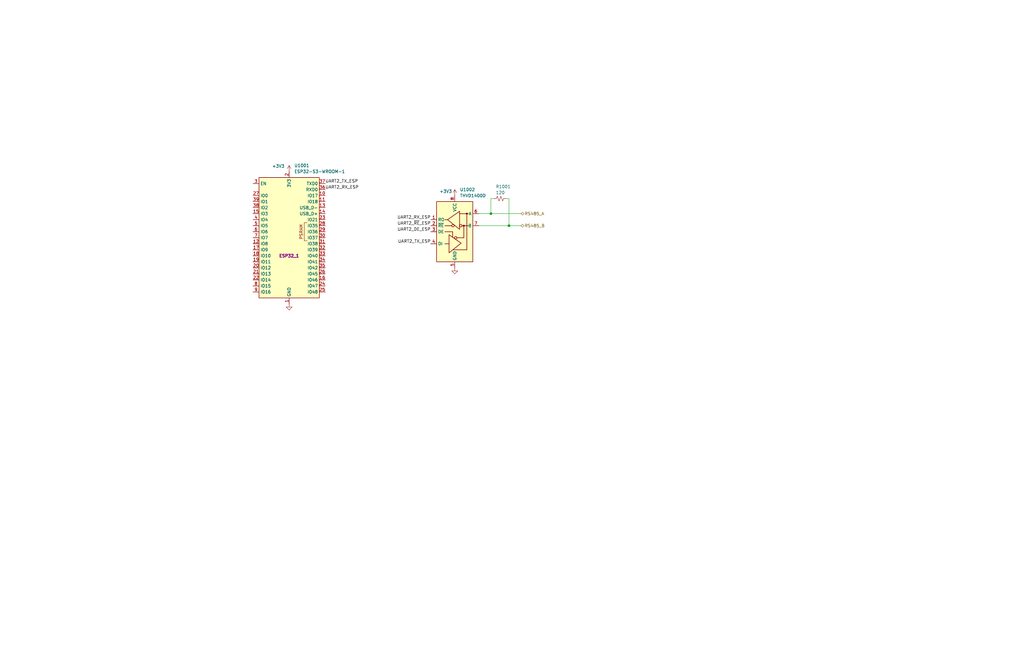
<source format=kicad_sch>
(kicad_sch (version 20250114) (generator "eeschema") (generator_version "9.0")
  (paper "B")
  (lib_symbols
    (symbol "Device:R_Small_US" (pin_numbers (hide yes)) (pin_names (offset 0.254) (hide yes))
      (property "Reference" "R" (at 0.762 0.508 0))
      (property "Value" "R_Small_US" (at 0.762 -1.016 0))
      (symbol "R_Small_US_1_1"
        (polyline (pts (xy 0 1.524) (xy 1.016 1.143) (xy 0 0.762) (xy -1.016 0.381) (xy 0 0)))
        (polyline (pts (xy 0 0) (xy 1.016 -0.381) (xy 0 -0.762) (xy -1.016 -1.143) (xy 0 -1.524)))
        (pin passive line (at 0 2.54 270) (length 1.016) (name "~") (number "1"))
        (pin passive line (at 0 -2.54 90) (length 1.016) (name "~") (number "2"))
      )
    )
    (symbol "Interface_UART:THVD1400D"
      (property "Reference" "U" (at -6.096 11.43 0))
      (property "Value" "THVD1400D" (at 0.762 11.43 0))
      (symbol "THVD1400D_0_1"
        (rectangle (start -7.62 12.7) (end 7.62 -12.7) (stroke (width 0.254)) (fill (type background)))
        (polyline (pts (xy -4.191 2.54) (xy -1.27 2.54)) (stroke (width 0.254)))
        (polyline (pts (xy -4.191 0) (xy -0.889 0) (xy -0.889 -2.286)) (stroke (width 0.254)))
        (polyline (pts (xy -3.175 5.08) (xy -4.191 5.08) (xy -4.064 5.08)) (stroke (width 0.254)))
        (polyline (pts (xy -2.54 -5.08) (xy -4.191 -5.08)) (stroke (width 0.254)))
        (polyline (pts (xy -2.413 -5.08) (xy -2.413 -1.27) (xy 2.667 -4.826) (xy -2.413 -8.89) (xy -2.413 -5.08)) (stroke (width 0.254)))
        (polyline (pts (xy -0.635 -7.62) (xy 5.08 -7.62)) (stroke (width 0.254)))
        (circle (center 0.381 -2.54) (radius 0.508) (stroke (width 0.254)))
        (polyline (pts (xy 0.889 -2.54) (xy 3.81 -2.54)) (stroke (width 0.254)))
        (polyline (pts (xy 2.032 7.62) (xy 5.715 7.62)) (stroke (width 0.254)))
        (polyline (pts (xy 3.048 2.54) (xy 5.715 2.54)) (stroke (width 0.254)))
        (circle (center 3.81 2.54) (radius 0.2794) (stroke (width 0.254)) (fill (type outline)))
        (polyline (pts (xy 3.81 -2.54) (xy 3.81 2.54)) (stroke (width 0.254)))
        (polyline (pts (xy 5.08 -7.62) (xy 5.08 7.62)) (stroke (width 0.254)))
      )
      (symbol "THVD1400D_1_1"
        (circle (center -0.762 2.54) (radius 0.508) (stroke (width 0.254)))
        (polyline (pts (xy 2.032 4.826) (xy 2.032 8.636) (xy -3.048 5.08) (xy 2.032 1.016) (xy 2.032 4.826)) (stroke (width 0.254)))
        (circle (center 2.54 2.54) (radius 0.508) (stroke (width 0.254)))
        (circle (center 5.08 7.62) (radius 0.2794) (stroke (width 0.254)) (fill (type outline)))
        (pin output line (at -10.16 5.08 0) (length 2.54) (name "RO") (number "1"))
        (pin input line (at -10.16 2.54 0) (length 2.54) (name "~{RE}") (number "2"))
        (pin input line (at -10.16 0 0) (length 2.54) (name "DE") (number "3"))
        (pin input line (at -10.16 -5.08 0) (length 2.54) (name "DI") (number "4"))
        (pin power_in line (at 0 15.24 270) (length 2.54) (name "VCC") (number "8"))
        (pin power_in line (at 0 -15.24 90) (length 2.54) (name "GND") (number "5"))
        (pin bidirectional line (at 10.16 7.62 180) (length 2.54) (name "A") (number "6"))
        (pin bidirectional line (at 10.16 2.54 180) (length 2.54) (name "B") (number "7"))
      )
    )
    (symbol "RF_Module:ESP32-S3-WROOM-1"
      (property "Reference" "U" (at -12.7 26.67 0))
      (property "Value" "ESP32-S3-WROOM-1" (at 12.7 26.67 0))
      (symbol "ESP32-S3-WROOM-1_0_0"
        (rectangle (start -12.7 25.4) (end 12.7 -25.4) (stroke (width 0.254)) (fill (type background)))
        (text "PSRAM" (at 5.08 2.54 900) (effects (font (size 1.27 1.27))))
      )
      (symbol "ESP32-S3-WROOM-1_0_1"
        (polyline (pts (xy 7.62 -1.27) (xy 6.35 -1.27) (xy 6.35 6.35) (xy 7.62 6.35)))
      )
      (symbol "ESP32-S3-WROOM-1_1_1"
        (pin input line (at -15.24 22.86 0) (length 2.54) (name "EN") (number "3"))
        (pin bidirectional line (at -15.24 17.78 0) (length 2.54) (name "IO0") (number "27"))
        (pin bidirectional line (at -15.24 15.24 0) (length 2.54) (name "IO1") (number "39"))
        (pin bidirectional line (at -15.24 12.7 0) (length 2.54) (name "IO2") (number "38"))
        (pin bidirectional line (at -15.24 10.16 0) (length 2.54) (name "IO3") (number "15"))
        (pin bidirectional line (at -15.24 7.62 0) (length 2.54) (name "IO4") (number "4"))
        (pin bidirectional line (at -15.24 5.08 0) (length 2.54) (name "IO5") (number "5"))
        (pin bidirectional line (at -15.24 2.54 0) (length 2.54) (name "IO6") (number "6"))
        (pin bidirectional line (at -15.24 0 0) (length 2.54) (name "IO7") (number "7"))
        (pin bidirectional line (at -15.24 -2.54 0) (length 2.54) (name "IO8") (number "12"))
        (pin bidirectional line (at -15.24 -5.08 0) (length 2.54) (name "IO9") (number "17"))
        (pin bidirectional line (at -15.24 -7.62 0) (length 2.54) (name "IO10") (number "18"))
        (pin bidirectional line (at -15.24 -10.16 0) (length 2.54) (name "IO11") (number "19"))
        (pin bidirectional line (at -15.24 -12.7 0) (length 2.54) (name "IO12") (number "20"))
        (pin bidirectional line (at -15.24 -15.24 0) (length 2.54) (name "IO13") (number "21"))
        (pin bidirectional line (at -15.24 -17.78 0) (length 2.54) (name "IO14") (number "22"))
        (pin bidirectional line (at -15.24 -20.32 0) (length 2.54) (name "IO15") (number "8"))
        (pin bidirectional line (at -15.24 -22.86 0) (length 2.54) (name "IO16") (number "9"))
        (pin power_in line (at 0 27.94 270) (length 2.54) (name "3V3") (number "2"))
        (pin power_in line (at 0 -27.94 90) (length 2.54) (name "GND") (number "1"))
        (pin passive line (at 0 -27.94 90) (length 2.54) (hide yes) (name "GND") (number "40"))
        (pin passive line (at 0 -27.94 90) (length 2.54) (hide yes) (name "GND") (number "41"))
        (pin bidirectional line (at 15.24 22.86 180) (length 2.54) (name "TXD0") (number "37"))
        (pin bidirectional line (at 15.24 20.32 180) (length 2.54) (name "RXD0") (number "36"))
        (pin bidirectional line (at 15.24 17.78 180) (length 2.54) (name "IO17") (number "10"))
        (pin bidirectional line (at 15.24 15.24 180) (length 2.54) (name "IO18") (number "11"))
        (pin bidirectional line (at 15.24 12.7 180) (length 2.54) (name "USB_D-") (number "13"))
        (pin bidirectional line (at 15.24 10.16 180) (length 2.54) (name "USB_D+") (number "14"))
        (pin bidirectional line (at 15.24 7.62 180) (length 2.54) (name "IO21") (number "23"))
        (pin bidirectional line (at 15.24 5.08 180) (length 2.54) (name "IO35") (number "28"))
        (pin bidirectional line (at 15.24 2.54 180) (length 2.54) (name "IO36") (number "29"))
        (pin bidirectional line (at 15.24 0 180) (length 2.54) (name "IO37") (number "30"))
        (pin bidirectional line (at 15.24 -2.54 180) (length 2.54) (name "IO38") (number "31"))
        (pin bidirectional line (at 15.24 -5.08 180) (length 2.54) (name "IO39") (number "32"))
        (pin bidirectional line (at 15.24 -7.62 180) (length 2.54) (name "IO40") (number "33"))
        (pin bidirectional line (at 15.24 -10.16 180) (length 2.54) (name "IO41") (number "34"))
        (pin bidirectional line (at 15.24 -12.7 180) (length 2.54) (name "IO42") (number "35"))
        (pin bidirectional line (at 15.24 -15.24 180) (length 2.54) (name "IO45") (number "26"))
        (pin bidirectional line (at 15.24 -17.78 180) (length 2.54) (name "IO46") (number "16"))
        (pin bidirectional line (at 15.24 -20.32 180) (length 2.54) (name "IO47") (number "24"))
        (pin bidirectional line (at 15.24 -22.86 180) (length 2.54) (name "IO48") (number "25"))
      )
    )
    (symbol "power:+3V3" (power) (pin_numbers (hide yes)) (pin_names (offset 0) (hide yes))
      (property "Value" "+3V3" (at 0 3.556 0))
      (symbol "+3V3_0_1"
        (polyline (pts (xy -0.762 1.27) (xy 0 2.54)))
        (polyline (pts (xy 0 2.54) (xy 0.762 1.27)))
        (polyline (pts (xy 0 0) (xy 0 2.54)))
      )
      (symbol "+3V3_1_1"
        (pin power_in line (at 0 0 90) (length 0) (name "~") (number "1"))
      )
    )
    (symbol "power:GND" (power) (pin_numbers (hide yes)) (pin_names (offset 0) (hide yes))
      (property "Value" "GND" (at 0 -3.81 0))
      (symbol "GND_0_1"
        (polyline (pts (xy 0 0) (xy 0 -1.27) (xy 1.27 -1.27) (xy 0 -2.54) (xy -1.27 -1.27) (xy 0 -1.27)))
      )
      (symbol "GND_1_1"
        (pin power_in line (at 0 0 270) (length 0) (name "~") (number "1"))
      )
    )
  )
  (junction (at 207.01 90.17))
  (junction (at 214.63 95.25))
  (wire (pts (xy 207.01 90.17) (xy 219.71 90.17)))
  (wire (pts (xy 207.01 83.82) (xy 207.01 90.17)))
  (wire (pts (xy 201.93 95.25) (xy 214.63 95.25)))
  (wire (pts (xy 207.01 83.82) (xy 208.28 83.82)))
  (wire (pts (xy 214.63 83.82) (xy 214.63 95.25)))
  (wire (pts (xy 214.63 83.82) (xy 213.36 83.82)))
  (wire (pts (xy 201.93 90.17) (xy 207.01 90.17)))
  (wire (pts (xy 214.63 95.25) (xy 219.71 95.25)))
  (label "UART2_RX_ESP" (at 137.16 80.01 0))
  (label "UART2_DE_ESP" (at 181.61 97.79 180))
  (label "UART2_~{RE}_ESP" (at 181.61 95.25 180))
  (label "UART2_RX_ESP" (at 181.61 92.71 180))
  (label "UART2_TX_ESP" (at 181.61 102.87 180))
  (label "UART2_TX_ESP" (at 137.16 77.47 0))
  (hierarchical_label "RS485_A" (shape bidirectional) (at 219.71 90.17 0))
  (hierarchical_label "RS485_B" (shape bidirectional) (at 219.71 95.25 0))
  (symbol (lib_id "RF_Module:ESP32-S3-WROOM-1") (at 121.92 100.33 0) (unit 1)
    (property "Reference" "U301" (at 124.0633 69.85 0) (effects (justify left)))
    (property "Value" "ESP32-S3-WROOM-1" (at 124.0633 72.39 0) (effects (justify left)))
    (property "Footprint" "RF_Module:ESP32-S3-WROOM-1" (effects (hide yes)))
    (property "Datasheet" "https://www.espressif.com/sites/default/files/documentation/esp32-s3-wroom-1_wroom-1u_datasheet_en.pdf" (effects (hide yes)))
    (property "Description" "RF Module, ESP32-S3 SoC, Wi-Fi 802.11b/g/n, Bluetooth, BLE, 32-bit, 3.3V, onboard antenna, SMD" (effects (hide yes)))
    (property "ID" "ESP32_1" (at 121.92 107.95 0) (effects (font (thickness 0.254) (bold yes))))
    (instances (project "grad_cap_display" (path "" (reference "U1001") (unit 1)) (path "" (reference "U901") (unit 1)) (path "" (reference "U501") (unit 1)) (path "" (reference "U801") (unit 1)) (path "" (reference "U701") (unit 1)) (path "" (reference "U601") (unit 1)) (path "" (reference "U401") (unit 1)) (path "" (reference "U301") (unit 1))))
  )
  (symbol (lib_id "power:+3V3") (at 191.77 82.55 0) (unit 1)
    (property "Reference" "#PWR0303" (effects (hide yes)))
    (property "Value" "+3V3" (at 187.96 80.772 0))
    (property "Description" "Power symbol creates a global label with name \"+3V3\"" (effects (hide yes)))
    (instances (project "grad_cap_display" (path "" (reference "#PWR01003") (unit 1)) (path "" (reference "#PWR0903") (unit 1)) (path "" (reference "#PWR0503") (unit 1)) (path "" (reference "#PWR0803") (unit 1)) (path "" (reference "#PWR0703") (unit 1)) (path "" (reference "#PWR0603") (unit 1)) (path "" (reference "#PWR0403") (unit 1)) (path "" (reference "#PWR0303") (unit 1))))
  )
  (symbol (lib_id "power:GND") (at 121.92 128.27 0) (unit 1)
    (property "Reference" "#PWR0302" (effects (hide yes)))
    (property "Value" "GND" (effects (hide yes)))
    (property "Description" "Power symbol creates a global label with name \"GND\" , ground" (effects (hide yes)))
    (instances (project "grad_cap_display" (path "" (reference "#PWR01002") (unit 1)) (path "" (reference "#PWR0902") (unit 1)) (path "" (reference "#PWR0502") (unit 1)) (path "" (reference "#PWR0802") (unit 1)) (path "" (reference "#PWR0702") (unit 1)) (path "" (reference "#PWR0602") (unit 1)) (path "" (reference "#PWR0402") (unit 1)) (path "" (reference "#PWR0302") (unit 1))))
  )
  (symbol (lib_id "power:+3V3") (at 121.92 72.39 0) (unit 1)
    (property "Reference" "#PWR0301" (effects (hide yes)))
    (property "Value" "+3V3" (at 117.348 70.104 0))
    (property "Description" "Power symbol creates a global label with name \"+3V3\"" (effects (hide yes)))
    (instances (project "grad_cap_display" (path "" (reference "#PWR01001") (unit 1)) (path "" (reference "#PWR0901") (unit 1)) (path "" (reference "#PWR0501") (unit 1)) (path "" (reference "#PWR0801") (unit 1)) (path "" (reference "#PWR0701") (unit 1)) (path "" (reference "#PWR0601") (unit 1)) (path "" (reference "#PWR0401") (unit 1)) (path "" (reference "#PWR0301") (unit 1))))
  )
  (symbol (lib_id "Device:R_Small_US") (at 210.82 83.82 270) (unit 1)
    (property "Reference" "R301" (at 209.042 78.74 90) (effects (justify left)))
    (property "Value" "120" (at 209.042 81.28 90) (effects (justify left)))
    (property "Description" "Resistor, small US symbol" (effects (hide yes)))
    (instances (project "grad_cap_display" (path "" (reference "R1001") (unit 1)) (path "" (reference "R901") (unit 1)) (path "" (reference "R501") (unit 1)) (path "" (reference "R801") (unit 1)) (path "" (reference "R701") (unit 1)) (path "" (reference "R601") (unit 1)) (path "" (reference "R401") (unit 1)) (path "" (reference "R301") (unit 1))))
  )
  (symbol (lib_id "power:GND") (at 191.77 113.03 0) (unit 1)
    (property "Reference" "#PWR0304" (effects (hide yes)))
    (property "Value" "GND" (effects (hide yes)))
    (property "Description" "Power symbol creates a global label with name \"GND\" , ground" (effects (hide yes)))
    (instances (project "grad_cap_display" (path "" (reference "#PWR01004") (unit 1)) (path "" (reference "#PWR0904") (unit 1)) (path "" (reference "#PWR0504") (unit 1)) (path "" (reference "#PWR0804") (unit 1)) (path "" (reference "#PWR0704") (unit 1)) (path "" (reference "#PWR0604") (unit 1)) (path "" (reference "#PWR0404") (unit 1)) (path "" (reference "#PWR0304") (unit 1))))
  )
  (symbol (lib_id "Interface_UART:THVD1400D") (at 191.77 97.79 0) (unit 1)
    (property "Reference" "U302" (at 193.9133 80.01 0) (effects (justify left)))
    (property "Value" "THVD1400D" (at 193.9133 82.55 0) (effects (justify left)))
    (property "Footprint" "Package_SO:SOIC-8_3.9x4.9mm_P1.27mm" (effects (hide yes)))
    (property "Datasheet" "https://www.ti.com/lit/ds/symlink/thvd1420.pdf" (effects (hide yes)))
    (property "Description" "Half duplex RS-485/RS-422, 500 Kbps, 3V - 5.5V supply, ±12kV electro-static discharge (ESD) protection, with receiver/driver enable, 32 receiver drive capacity, SOIC-8" (effects (hide yes)))
    (instances (project "grad_cap_display" (path "" (reference "U1002") (unit 1)) (path "" (reference "U902") (unit 1)) (path "" (reference "U502") (unit 1)) (path "" (reference "U802") (unit 1)) (path "" (reference "U702") (unit 1)) (path "" (reference "U602") (unit 1)) (path "" (reference "U402") (unit 1)) (path "" (reference "U302") (unit 1))))
  )
)
</source>
